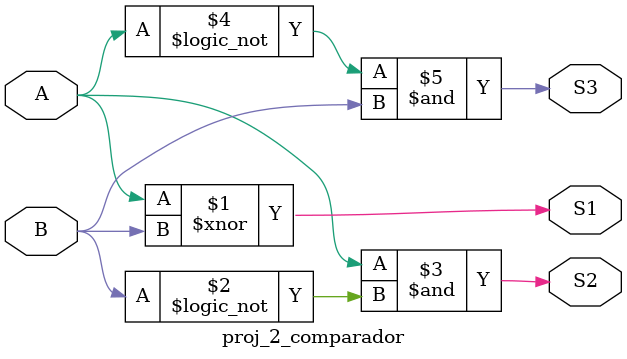
<source format=v>
/*	Sistema Digitais para Computação
*	Projeto 2 - comparador maior-menor-igual
*
*	Alunos:
*	- Augusto Soares
*	- Jamil Souza
*	CEFETMG - 2022
*/

module proj_2_comparador(A,B,S1,S2,S3);

input A,B;
output S1,S2,S3;

assign S1 =  A ~^  B;
assign S2 =  A  & !B;
assign S3 = !A  &  B;

endmodule
</source>
